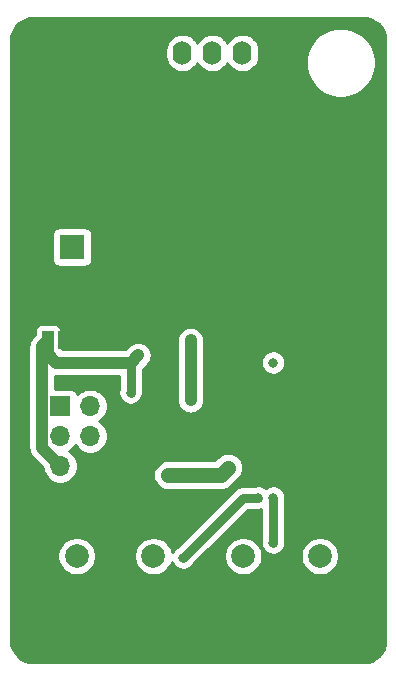
<source format=gbr>
%TF.GenerationSoftware,KiCad,Pcbnew,5.1.6-c6e7f7d~87~ubuntu19.10.1*%
%TF.CreationDate,2021-11-12T23:14:50-08:00*%
%TF.ProjectId,crobagotchi,63726f62-6167-46f7-9463-68692e6b6963,rev?*%
%TF.SameCoordinates,Original*%
%TF.FileFunction,Copper,L2,Bot*%
%TF.FilePolarity,Positive*%
%FSLAX46Y46*%
G04 Gerber Fmt 4.6, Leading zero omitted, Abs format (unit mm)*
G04 Created by KiCad (PCBNEW 5.1.6-c6e7f7d~87~ubuntu19.10.1) date 2021-11-12 23:14:50*
%MOMM*%
%LPD*%
G01*
G04 APERTURE LIST*
%TA.AperFunction,ComponentPad*%
%ADD10C,2.100000*%
%TD*%
%TA.AperFunction,ComponentPad*%
%ADD11R,2.100000X2.100000*%
%TD*%
%TA.AperFunction,ComponentPad*%
%ADD12O,1.600000X2.000000*%
%TD*%
%TA.AperFunction,ComponentPad*%
%ADD13C,2.000000*%
%TD*%
%TA.AperFunction,SMDPad,CuDef*%
%ADD14R,1.000000X1.500000*%
%TD*%
%TA.AperFunction,ComponentPad*%
%ADD15O,1.700000X1.700000*%
%TD*%
%TA.AperFunction,ComponentPad*%
%ADD16R,1.700000X1.700000*%
%TD*%
%TA.AperFunction,ViaPad*%
%ADD17C,0.800000*%
%TD*%
%TA.AperFunction,Conductor*%
%ADD18C,1.000000*%
%TD*%
%TA.AperFunction,Conductor*%
%ADD19C,0.750000*%
%TD*%
%TA.AperFunction,Conductor*%
%ADD20C,1.250000*%
%TD*%
%TA.AperFunction,Conductor*%
%ADD21C,0.254000*%
%TD*%
G04 APERTURE END LIST*
D10*
%TO.P,BT1,2*%
%TO.N,GND*%
X121092000Y-68326000D03*
D11*
%TO.P,BT1,1*%
%TO.N,VCC*%
X101092000Y-68326000D03*
%TD*%
D12*
%TO.P,Brd1,2*%
%TO.N,VCC*%
X110426000Y-51884000D03*
%TO.P,Brd1,1*%
%TO.N,GND*%
X107886000Y-51884000D03*
%TO.P,Brd1,3*%
%TO.N,disp_scl*%
X112966000Y-51884000D03*
%TO.P,Brd1,4*%
%TO.N,disp_sda*%
X115506000Y-51884000D03*
%TD*%
D13*
%TO.P,SW3,1*%
%TO.N,button_select*%
X122070000Y-94488000D03*
%TO.P,SW3,2*%
%TO.N,GND*%
X122070000Y-98988000D03*
%TO.P,SW3,1*%
%TO.N,button_select*%
X115570000Y-94488000D03*
%TO.P,SW3,2*%
%TO.N,GND*%
X115570000Y-98988000D03*
%TD*%
%TO.P,SW2,2*%
%TO.N,GND*%
X101473000Y-98988000D03*
%TO.P,SW2,1*%
%TO.N,button_option*%
X101473000Y-94488000D03*
%TO.P,SW2,2*%
%TO.N,GND*%
X107973000Y-98988000D03*
%TO.P,SW2,1*%
%TO.N,button_option*%
X107973000Y-94488000D03*
%TD*%
D14*
%TO.P,SW1,2*%
%TO.N,GND*%
X100360000Y-76200000D03*
%TO.P,SW1,1*%
%TO.N,rst*%
X99060000Y-76200000D03*
%TD*%
D15*
%TO.P,J1,6*%
%TO.N,GND*%
X102616000Y-86868000D03*
%TO.P,J1,5*%
%TO.N,rst*%
X100076000Y-86868000D03*
%TO.P,J1,4*%
%TO.N,mosi*%
X102616000Y-84328000D03*
%TO.P,J1,3*%
%TO.N,button_select*%
X100076000Y-84328000D03*
%TO.P,J1,2*%
%TO.N,VCC*%
X102616000Y-81788000D03*
D16*
%TO.P,J1,1*%
%TO.N,button_option*%
X100076000Y-81788000D03*
%TD*%
D17*
%TO.N,GND*%
X106045000Y-83820000D03*
X121883500Y-88863500D03*
%TO.N,rst*%
X118110000Y-78105000D03*
X106045000Y-80645000D03*
X106680000Y-77470000D03*
%TO.N,mosi*%
X109220000Y-87630000D03*
X114300000Y-86995000D03*
X114300000Y-86995000D03*
%TO.N,button_select*%
X118110000Y-89535000D03*
X118110000Y-93345000D03*
%TO.N,button_option*%
X116840000Y-89535000D03*
X110490000Y-94615000D03*
%TO.N,disp_scl*%
X111125000Y-76200000D03*
X111125000Y-81280000D03*
%TD*%
D18*
%TO.N,rst*%
X98525999Y-85317999D02*
X100076000Y-86868000D01*
X98525999Y-76734001D02*
X98525999Y-85317999D01*
X99060000Y-76200000D02*
X98525999Y-76734001D01*
X99060000Y-77410002D02*
X99754998Y-78105000D01*
X99060000Y-76200000D02*
X99060000Y-77410002D01*
D19*
X106045000Y-78105000D02*
X106045000Y-80645000D01*
D18*
X99754998Y-78105000D02*
X106045000Y-78105000D01*
X106045000Y-78105000D02*
X106680000Y-77470000D01*
D20*
%TO.N,mosi*%
X113665000Y-87630000D02*
X114300000Y-86995000D01*
X109220000Y-87630000D02*
X113665000Y-87630000D01*
D19*
%TO.N,button_select*%
X118110000Y-89535000D02*
X118110000Y-92710000D01*
X118110000Y-92710000D02*
X118110000Y-93345000D01*
%TO.N,button_option*%
X116840000Y-89535000D02*
X115570000Y-89535000D01*
X115570000Y-89535000D02*
X110490000Y-94615000D01*
D18*
%TO.N,disp_scl*%
X111125000Y-76200000D02*
X111125000Y-81280000D01*
%TD*%
D21*
%TO.N,GND*%
G36*
X126094545Y-48958909D02*
G01*
X126445208Y-49064780D01*
X126768625Y-49236744D01*
X127052484Y-49468254D01*
X127285965Y-49750486D01*
X127460183Y-50072695D01*
X127568502Y-50422614D01*
X127610001Y-50817452D01*
X127610000Y-101567721D01*
X127571091Y-101964545D01*
X127465220Y-102315206D01*
X127293257Y-102638623D01*
X127061748Y-102922482D01*
X126779514Y-103155965D01*
X126457304Y-103330184D01*
X126107385Y-103438502D01*
X125712557Y-103480000D01*
X97822279Y-103480000D01*
X97425455Y-103441091D01*
X97074794Y-103335220D01*
X96751377Y-103163257D01*
X96467518Y-102931748D01*
X96234035Y-102649514D01*
X96059816Y-102327304D01*
X95951498Y-101977385D01*
X95910000Y-101582557D01*
X95910000Y-94326967D01*
X99838000Y-94326967D01*
X99838000Y-94649033D01*
X99900832Y-94964912D01*
X100024082Y-95262463D01*
X100203013Y-95530252D01*
X100430748Y-95757987D01*
X100698537Y-95936918D01*
X100996088Y-96060168D01*
X101311967Y-96123000D01*
X101634033Y-96123000D01*
X101949912Y-96060168D01*
X102247463Y-95936918D01*
X102515252Y-95757987D01*
X102742987Y-95530252D01*
X102921918Y-95262463D01*
X103045168Y-94964912D01*
X103108000Y-94649033D01*
X103108000Y-94326967D01*
X106338000Y-94326967D01*
X106338000Y-94649033D01*
X106400832Y-94964912D01*
X106524082Y-95262463D01*
X106703013Y-95530252D01*
X106930748Y-95757987D01*
X107198537Y-95936918D01*
X107496088Y-96060168D01*
X107811967Y-96123000D01*
X108134033Y-96123000D01*
X108449912Y-96060168D01*
X108747463Y-95936918D01*
X109015252Y-95757987D01*
X109242987Y-95530252D01*
X109421918Y-95262463D01*
X109529915Y-95001736D01*
X109572795Y-95105256D01*
X109686063Y-95274774D01*
X109830226Y-95418937D01*
X109999744Y-95532205D01*
X110188102Y-95610226D01*
X110388061Y-95650000D01*
X110591939Y-95650000D01*
X110791898Y-95610226D01*
X110980256Y-95532205D01*
X111149774Y-95418937D01*
X111293937Y-95274774D01*
X111365132Y-95168223D01*
X112206388Y-94326967D01*
X113935000Y-94326967D01*
X113935000Y-94649033D01*
X113997832Y-94964912D01*
X114121082Y-95262463D01*
X114300013Y-95530252D01*
X114527748Y-95757987D01*
X114795537Y-95936918D01*
X115093088Y-96060168D01*
X115408967Y-96123000D01*
X115731033Y-96123000D01*
X116046912Y-96060168D01*
X116344463Y-95936918D01*
X116612252Y-95757987D01*
X116839987Y-95530252D01*
X117018918Y-95262463D01*
X117142168Y-94964912D01*
X117205000Y-94649033D01*
X117205000Y-94326967D01*
X117142168Y-94011088D01*
X117018918Y-93713537D01*
X116839987Y-93445748D01*
X116612252Y-93218013D01*
X116344463Y-93039082D01*
X116046912Y-92915832D01*
X115731033Y-92853000D01*
X115408967Y-92853000D01*
X115093088Y-92915832D01*
X114795537Y-93039082D01*
X114527748Y-93218013D01*
X114300013Y-93445748D01*
X114121082Y-93713537D01*
X113997832Y-94011088D01*
X113935000Y-94326967D01*
X112206388Y-94326967D01*
X115988356Y-90545000D01*
X116612377Y-90545000D01*
X116738061Y-90570000D01*
X116941939Y-90570000D01*
X117100000Y-90538560D01*
X117100001Y-92660383D01*
X117100000Y-92660393D01*
X117100000Y-93117377D01*
X117075000Y-93243061D01*
X117075000Y-93446939D01*
X117114774Y-93646898D01*
X117192795Y-93835256D01*
X117306063Y-94004774D01*
X117450226Y-94148937D01*
X117619744Y-94262205D01*
X117808102Y-94340226D01*
X118008061Y-94380000D01*
X118211939Y-94380000D01*
X118411898Y-94340226D01*
X118443907Y-94326967D01*
X120435000Y-94326967D01*
X120435000Y-94649033D01*
X120497832Y-94964912D01*
X120621082Y-95262463D01*
X120800013Y-95530252D01*
X121027748Y-95757987D01*
X121295537Y-95936918D01*
X121593088Y-96060168D01*
X121908967Y-96123000D01*
X122231033Y-96123000D01*
X122546912Y-96060168D01*
X122844463Y-95936918D01*
X123112252Y-95757987D01*
X123339987Y-95530252D01*
X123518918Y-95262463D01*
X123642168Y-94964912D01*
X123705000Y-94649033D01*
X123705000Y-94326967D01*
X123642168Y-94011088D01*
X123518918Y-93713537D01*
X123339987Y-93445748D01*
X123112252Y-93218013D01*
X122844463Y-93039082D01*
X122546912Y-92915832D01*
X122231033Y-92853000D01*
X121908967Y-92853000D01*
X121593088Y-92915832D01*
X121295537Y-93039082D01*
X121027748Y-93218013D01*
X120800013Y-93445748D01*
X120621082Y-93713537D01*
X120497832Y-94011088D01*
X120435000Y-94326967D01*
X118443907Y-94326967D01*
X118600256Y-94262205D01*
X118769774Y-94148937D01*
X118913937Y-94004774D01*
X119027205Y-93835256D01*
X119105226Y-93646898D01*
X119145000Y-93446939D01*
X119145000Y-93243061D01*
X119120000Y-93117377D01*
X119120000Y-89762623D01*
X119145000Y-89636939D01*
X119145000Y-89433061D01*
X119105226Y-89233102D01*
X119027205Y-89044744D01*
X118913937Y-88875226D01*
X118769774Y-88731063D01*
X118600256Y-88617795D01*
X118411898Y-88539774D01*
X118211939Y-88500000D01*
X118008061Y-88500000D01*
X117808102Y-88539774D01*
X117619744Y-88617795D01*
X117475000Y-88714510D01*
X117330256Y-88617795D01*
X117141898Y-88539774D01*
X116941939Y-88500000D01*
X116738061Y-88500000D01*
X116612377Y-88525000D01*
X115619608Y-88525000D01*
X115570000Y-88520114D01*
X115520392Y-88525000D01*
X115506352Y-88526383D01*
X115372005Y-88539615D01*
X115289249Y-88564719D01*
X115181620Y-88597368D01*
X115006160Y-88691153D01*
X114852367Y-88817367D01*
X114820744Y-88855900D01*
X109936777Y-93739868D01*
X109830226Y-93811063D01*
X109686063Y-93955226D01*
X109572795Y-94124744D01*
X109569404Y-94132931D01*
X109545168Y-94011088D01*
X109421918Y-93713537D01*
X109242987Y-93445748D01*
X109015252Y-93218013D01*
X108747463Y-93039082D01*
X108449912Y-92915832D01*
X108134033Y-92853000D01*
X107811967Y-92853000D01*
X107496088Y-92915832D01*
X107198537Y-93039082D01*
X106930748Y-93218013D01*
X106703013Y-93445748D01*
X106524082Y-93713537D01*
X106400832Y-94011088D01*
X106338000Y-94326967D01*
X103108000Y-94326967D01*
X103045168Y-94011088D01*
X102921918Y-93713537D01*
X102742987Y-93445748D01*
X102515252Y-93218013D01*
X102247463Y-93039082D01*
X101949912Y-92915832D01*
X101634033Y-92853000D01*
X101311967Y-92853000D01*
X100996088Y-92915832D01*
X100698537Y-93039082D01*
X100430748Y-93218013D01*
X100203013Y-93445748D01*
X100024082Y-93713537D01*
X99900832Y-94011088D01*
X99838000Y-94326967D01*
X95910000Y-94326967D01*
X95910000Y-76734001D01*
X97385508Y-76734001D01*
X97390999Y-76789753D01*
X97391000Y-85262238D01*
X97385508Y-85317999D01*
X97407422Y-85540497D01*
X97472323Y-85754445D01*
X97510185Y-85825280D01*
X97577716Y-85951622D01*
X97719551Y-86124448D01*
X97762859Y-86159990D01*
X98591000Y-86988132D01*
X98591000Y-87014260D01*
X98648068Y-87301158D01*
X98760010Y-87571411D01*
X98922525Y-87814632D01*
X99129368Y-88021475D01*
X99372589Y-88183990D01*
X99642842Y-88295932D01*
X99929740Y-88353000D01*
X100222260Y-88353000D01*
X100509158Y-88295932D01*
X100779411Y-88183990D01*
X101022632Y-88021475D01*
X101229475Y-87814632D01*
X101352842Y-87630000D01*
X107953904Y-87630000D01*
X107978232Y-87877003D01*
X108050280Y-88114514D01*
X108167280Y-88333405D01*
X108324735Y-88525265D01*
X108516595Y-88682720D01*
X108735486Y-88799720D01*
X108972997Y-88871768D01*
X109158107Y-88890000D01*
X113603117Y-88890000D01*
X113665000Y-88896095D01*
X113726883Y-88890000D01*
X113726893Y-88890000D01*
X113912003Y-88871768D01*
X114149514Y-88799720D01*
X114368405Y-88682720D01*
X114560265Y-88525265D01*
X114599724Y-88477184D01*
X115234719Y-87842189D01*
X115352720Y-87698404D01*
X115469720Y-87479514D01*
X115541768Y-87242003D01*
X115566096Y-86995000D01*
X115541768Y-86747997D01*
X115469720Y-86510486D01*
X115352720Y-86291595D01*
X115195265Y-86099735D01*
X115003405Y-85942280D01*
X114784514Y-85825280D01*
X114547003Y-85753232D01*
X114300000Y-85728904D01*
X114052997Y-85753232D01*
X113815486Y-85825280D01*
X113596596Y-85942280D01*
X113452811Y-86060281D01*
X113143092Y-86370000D01*
X109158107Y-86370000D01*
X108972997Y-86388232D01*
X108735486Y-86460280D01*
X108516595Y-86577280D01*
X108324735Y-86734735D01*
X108167280Y-86926595D01*
X108050280Y-87145486D01*
X107978232Y-87382997D01*
X107953904Y-87630000D01*
X101352842Y-87630000D01*
X101391990Y-87571411D01*
X101503932Y-87301158D01*
X101561000Y-87014260D01*
X101561000Y-86721740D01*
X101503932Y-86434842D01*
X101391990Y-86164589D01*
X101229475Y-85921368D01*
X101022632Y-85714525D01*
X100848240Y-85598000D01*
X101022632Y-85481475D01*
X101229475Y-85274632D01*
X101346000Y-85100240D01*
X101462525Y-85274632D01*
X101669368Y-85481475D01*
X101912589Y-85643990D01*
X102182842Y-85755932D01*
X102469740Y-85813000D01*
X102762260Y-85813000D01*
X103049158Y-85755932D01*
X103319411Y-85643990D01*
X103562632Y-85481475D01*
X103769475Y-85274632D01*
X103931990Y-85031411D01*
X104043932Y-84761158D01*
X104101000Y-84474260D01*
X104101000Y-84181740D01*
X104043932Y-83894842D01*
X103931990Y-83624589D01*
X103769475Y-83381368D01*
X103562632Y-83174525D01*
X103388240Y-83058000D01*
X103562632Y-82941475D01*
X103769475Y-82734632D01*
X103931990Y-82491411D01*
X104043932Y-82221158D01*
X104101000Y-81934260D01*
X104101000Y-81641740D01*
X104043932Y-81354842D01*
X103931990Y-81084589D01*
X103769475Y-80841368D01*
X103562632Y-80634525D01*
X103319411Y-80472010D01*
X103049158Y-80360068D01*
X102762260Y-80303000D01*
X102469740Y-80303000D01*
X102182842Y-80360068D01*
X101912589Y-80472010D01*
X101669368Y-80634525D01*
X101537513Y-80766380D01*
X101515502Y-80693820D01*
X101456537Y-80583506D01*
X101377185Y-80486815D01*
X101280494Y-80407463D01*
X101170180Y-80348498D01*
X101050482Y-80312188D01*
X100926000Y-80299928D01*
X99660999Y-80299928D01*
X99660999Y-79236233D01*
X99754998Y-79245491D01*
X99810750Y-79240000D01*
X105035000Y-79240000D01*
X105035001Y-80417372D01*
X105010000Y-80543061D01*
X105010000Y-80746939D01*
X105049774Y-80946898D01*
X105127795Y-81135256D01*
X105241063Y-81304774D01*
X105385226Y-81448937D01*
X105554744Y-81562205D01*
X105743102Y-81640226D01*
X105943061Y-81680000D01*
X106146939Y-81680000D01*
X106346898Y-81640226D01*
X106535256Y-81562205D01*
X106704774Y-81448937D01*
X106848937Y-81304774D01*
X106962205Y-81135256D01*
X107040226Y-80946898D01*
X107080000Y-80746939D01*
X107080000Y-80543061D01*
X107055000Y-80417377D01*
X107055000Y-78700131D01*
X107521989Y-78233143D01*
X107628284Y-78103623D01*
X107733676Y-77906447D01*
X107798577Y-77692499D01*
X107820491Y-77470000D01*
X107798577Y-77247501D01*
X107733676Y-77033553D01*
X107628284Y-76836377D01*
X107486449Y-76663551D01*
X107313623Y-76521716D01*
X107116447Y-76416324D01*
X106902499Y-76351423D01*
X106680000Y-76329509D01*
X106457501Y-76351423D01*
X106243553Y-76416324D01*
X106046377Y-76521716D01*
X105916857Y-76628011D01*
X105574868Y-76970000D01*
X100225130Y-76970000D01*
X100198072Y-76942943D01*
X100198072Y-76224552D01*
X100200490Y-76200001D01*
X100198072Y-76175450D01*
X100198072Y-76144249D01*
X109990000Y-76144249D01*
X109990001Y-81335752D01*
X110006424Y-81502499D01*
X110071325Y-81716447D01*
X110176717Y-81913623D01*
X110318552Y-82086449D01*
X110491378Y-82228284D01*
X110688554Y-82333676D01*
X110902502Y-82398577D01*
X111125000Y-82420491D01*
X111347499Y-82398577D01*
X111561447Y-82333676D01*
X111758623Y-82228284D01*
X111931449Y-82086449D01*
X112073284Y-81913623D01*
X112178676Y-81716447D01*
X112243577Y-81502499D01*
X112260000Y-81335752D01*
X112260000Y-78003061D01*
X117075000Y-78003061D01*
X117075000Y-78206939D01*
X117114774Y-78406898D01*
X117192795Y-78595256D01*
X117306063Y-78764774D01*
X117450226Y-78908937D01*
X117619744Y-79022205D01*
X117808102Y-79100226D01*
X118008061Y-79140000D01*
X118211939Y-79140000D01*
X118411898Y-79100226D01*
X118600256Y-79022205D01*
X118769774Y-78908937D01*
X118913937Y-78764774D01*
X119027205Y-78595256D01*
X119105226Y-78406898D01*
X119145000Y-78206939D01*
X119145000Y-78003061D01*
X119105226Y-77803102D01*
X119027205Y-77614744D01*
X118913937Y-77445226D01*
X118769774Y-77301063D01*
X118600256Y-77187795D01*
X118411898Y-77109774D01*
X118211939Y-77070000D01*
X118008061Y-77070000D01*
X117808102Y-77109774D01*
X117619744Y-77187795D01*
X117450226Y-77301063D01*
X117306063Y-77445226D01*
X117192795Y-77614744D01*
X117114774Y-77803102D01*
X117075000Y-78003061D01*
X112260000Y-78003061D01*
X112260000Y-76144248D01*
X112243577Y-75977501D01*
X112178676Y-75763553D01*
X112073284Y-75566377D01*
X111931449Y-75393551D01*
X111758623Y-75251716D01*
X111561446Y-75146324D01*
X111347498Y-75081423D01*
X111125000Y-75059509D01*
X110902501Y-75081423D01*
X110688553Y-75146324D01*
X110491377Y-75251716D01*
X110318551Y-75393551D01*
X110176716Y-75566377D01*
X110071324Y-75763554D01*
X110006423Y-75977502D01*
X109990000Y-76144249D01*
X100198072Y-76144249D01*
X100198072Y-75450000D01*
X100185812Y-75325518D01*
X100149502Y-75205820D01*
X100090537Y-75095506D01*
X100011185Y-74998815D01*
X99914494Y-74919463D01*
X99804180Y-74860498D01*
X99684482Y-74824188D01*
X99560000Y-74811928D01*
X98560000Y-74811928D01*
X98435518Y-74824188D01*
X98315820Y-74860498D01*
X98205506Y-74919463D01*
X98108815Y-74998815D01*
X98029463Y-75095506D01*
X97970498Y-75205820D01*
X97934188Y-75325518D01*
X97921928Y-75450000D01*
X97921928Y-75732941D01*
X97762864Y-75892005D01*
X97719550Y-75927552D01*
X97577715Y-76100378D01*
X97487313Y-76269511D01*
X97472323Y-76297555D01*
X97407422Y-76511503D01*
X97385508Y-76734001D01*
X95910000Y-76734001D01*
X95910000Y-67276000D01*
X99403928Y-67276000D01*
X99403928Y-69376000D01*
X99416188Y-69500482D01*
X99452498Y-69620180D01*
X99511463Y-69730494D01*
X99590815Y-69827185D01*
X99687506Y-69906537D01*
X99797820Y-69965502D01*
X99917518Y-70001812D01*
X100042000Y-70014072D01*
X102142000Y-70014072D01*
X102266482Y-70001812D01*
X102386180Y-69965502D01*
X102496494Y-69906537D01*
X102593185Y-69827185D01*
X102672537Y-69730494D01*
X102731502Y-69620180D01*
X102767812Y-69500482D01*
X102780072Y-69376000D01*
X102780072Y-67276000D01*
X102767812Y-67151518D01*
X102731502Y-67031820D01*
X102672537Y-66921506D01*
X102593185Y-66824815D01*
X102496494Y-66745463D01*
X102386180Y-66686498D01*
X102266482Y-66650188D01*
X102142000Y-66637928D01*
X100042000Y-66637928D01*
X99917518Y-66650188D01*
X99797820Y-66686498D01*
X99687506Y-66745463D01*
X99590815Y-66824815D01*
X99511463Y-66921506D01*
X99452498Y-67031820D01*
X99416188Y-67151518D01*
X99403928Y-67276000D01*
X95910000Y-67276000D01*
X95910000Y-51613509D01*
X108991000Y-51613509D01*
X108991000Y-52154492D01*
X109011764Y-52365309D01*
X109093818Y-52635808D01*
X109227068Y-52885101D01*
X109406393Y-53103608D01*
X109624900Y-53282932D01*
X109874193Y-53416182D01*
X110144692Y-53498236D01*
X110426000Y-53525943D01*
X110707309Y-53498236D01*
X110977808Y-53416182D01*
X111227101Y-53282932D01*
X111445608Y-53103608D01*
X111624932Y-52885101D01*
X111696000Y-52752142D01*
X111767068Y-52885101D01*
X111946393Y-53103608D01*
X112164900Y-53282932D01*
X112414193Y-53416182D01*
X112684692Y-53498236D01*
X112966000Y-53525943D01*
X113247309Y-53498236D01*
X113517808Y-53416182D01*
X113767101Y-53282932D01*
X113985608Y-53103608D01*
X114164932Y-52885101D01*
X114236000Y-52752142D01*
X114307068Y-52885101D01*
X114486393Y-53103608D01*
X114704900Y-53282932D01*
X114954193Y-53416182D01*
X115224692Y-53498236D01*
X115506000Y-53525943D01*
X115787309Y-53498236D01*
X116057808Y-53416182D01*
X116307101Y-53282932D01*
X116525608Y-53103608D01*
X116704932Y-52885101D01*
X116838182Y-52635807D01*
X116905485Y-52413936D01*
X120869774Y-52413936D01*
X120869774Y-52996064D01*
X120983342Y-53567008D01*
X121206113Y-54104824D01*
X121529526Y-54588847D01*
X121941153Y-55000474D01*
X122425176Y-55323887D01*
X122962992Y-55546658D01*
X123533936Y-55660226D01*
X124116064Y-55660226D01*
X124687008Y-55546658D01*
X125224824Y-55323887D01*
X125708847Y-55000474D01*
X126120474Y-54588847D01*
X126443887Y-54104824D01*
X126666658Y-53567008D01*
X126780226Y-52996064D01*
X126780226Y-52413936D01*
X126666658Y-51842992D01*
X126443887Y-51305176D01*
X126120474Y-50821153D01*
X125708847Y-50409526D01*
X125224824Y-50086113D01*
X124687008Y-49863342D01*
X124116064Y-49749774D01*
X123533936Y-49749774D01*
X122962992Y-49863342D01*
X122425176Y-50086113D01*
X121941153Y-50409526D01*
X121529526Y-50821153D01*
X121206113Y-51305176D01*
X120983342Y-51842992D01*
X120869774Y-52413936D01*
X116905485Y-52413936D01*
X116920236Y-52365308D01*
X116941000Y-52154491D01*
X116941000Y-51613508D01*
X116920236Y-51402691D01*
X116838182Y-51132192D01*
X116704932Y-50882899D01*
X116525607Y-50664392D01*
X116307100Y-50485068D01*
X116057807Y-50351818D01*
X115787308Y-50269764D01*
X115506000Y-50242057D01*
X115224691Y-50269764D01*
X114954192Y-50351818D01*
X114704899Y-50485068D01*
X114486392Y-50664393D01*
X114307068Y-50882900D01*
X114236000Y-51015858D01*
X114164932Y-50882899D01*
X113985607Y-50664392D01*
X113767100Y-50485068D01*
X113517807Y-50351818D01*
X113247308Y-50269764D01*
X112966000Y-50242057D01*
X112684691Y-50269764D01*
X112414192Y-50351818D01*
X112164899Y-50485068D01*
X111946392Y-50664393D01*
X111767068Y-50882900D01*
X111696000Y-51015858D01*
X111624932Y-50882899D01*
X111445607Y-50664392D01*
X111227100Y-50485068D01*
X110977807Y-50351818D01*
X110707308Y-50269764D01*
X110426000Y-50242057D01*
X110144691Y-50269764D01*
X109874192Y-50351818D01*
X109624899Y-50485068D01*
X109406392Y-50664393D01*
X109227068Y-50882900D01*
X109093818Y-51132193D01*
X109011764Y-51402692D01*
X108991000Y-51613509D01*
X95910000Y-51613509D01*
X95910000Y-50832279D01*
X95948909Y-50435455D01*
X96054780Y-50084792D01*
X96226744Y-49761375D01*
X96458254Y-49477516D01*
X96740486Y-49244035D01*
X97062695Y-49069817D01*
X97412614Y-48961498D01*
X97807443Y-48920000D01*
X125697721Y-48920000D01*
X126094545Y-48958909D01*
G37*
X126094545Y-48958909D02*
X126445208Y-49064780D01*
X126768625Y-49236744D01*
X127052484Y-49468254D01*
X127285965Y-49750486D01*
X127460183Y-50072695D01*
X127568502Y-50422614D01*
X127610001Y-50817452D01*
X127610000Y-101567721D01*
X127571091Y-101964545D01*
X127465220Y-102315206D01*
X127293257Y-102638623D01*
X127061748Y-102922482D01*
X126779514Y-103155965D01*
X126457304Y-103330184D01*
X126107385Y-103438502D01*
X125712557Y-103480000D01*
X97822279Y-103480000D01*
X97425455Y-103441091D01*
X97074794Y-103335220D01*
X96751377Y-103163257D01*
X96467518Y-102931748D01*
X96234035Y-102649514D01*
X96059816Y-102327304D01*
X95951498Y-101977385D01*
X95910000Y-101582557D01*
X95910000Y-94326967D01*
X99838000Y-94326967D01*
X99838000Y-94649033D01*
X99900832Y-94964912D01*
X100024082Y-95262463D01*
X100203013Y-95530252D01*
X100430748Y-95757987D01*
X100698537Y-95936918D01*
X100996088Y-96060168D01*
X101311967Y-96123000D01*
X101634033Y-96123000D01*
X101949912Y-96060168D01*
X102247463Y-95936918D01*
X102515252Y-95757987D01*
X102742987Y-95530252D01*
X102921918Y-95262463D01*
X103045168Y-94964912D01*
X103108000Y-94649033D01*
X103108000Y-94326967D01*
X106338000Y-94326967D01*
X106338000Y-94649033D01*
X106400832Y-94964912D01*
X106524082Y-95262463D01*
X106703013Y-95530252D01*
X106930748Y-95757987D01*
X107198537Y-95936918D01*
X107496088Y-96060168D01*
X107811967Y-96123000D01*
X108134033Y-96123000D01*
X108449912Y-96060168D01*
X108747463Y-95936918D01*
X109015252Y-95757987D01*
X109242987Y-95530252D01*
X109421918Y-95262463D01*
X109529915Y-95001736D01*
X109572795Y-95105256D01*
X109686063Y-95274774D01*
X109830226Y-95418937D01*
X109999744Y-95532205D01*
X110188102Y-95610226D01*
X110388061Y-95650000D01*
X110591939Y-95650000D01*
X110791898Y-95610226D01*
X110980256Y-95532205D01*
X111149774Y-95418937D01*
X111293937Y-95274774D01*
X111365132Y-95168223D01*
X112206388Y-94326967D01*
X113935000Y-94326967D01*
X113935000Y-94649033D01*
X113997832Y-94964912D01*
X114121082Y-95262463D01*
X114300013Y-95530252D01*
X114527748Y-95757987D01*
X114795537Y-95936918D01*
X115093088Y-96060168D01*
X115408967Y-96123000D01*
X115731033Y-96123000D01*
X116046912Y-96060168D01*
X116344463Y-95936918D01*
X116612252Y-95757987D01*
X116839987Y-95530252D01*
X117018918Y-95262463D01*
X117142168Y-94964912D01*
X117205000Y-94649033D01*
X117205000Y-94326967D01*
X117142168Y-94011088D01*
X117018918Y-93713537D01*
X116839987Y-93445748D01*
X116612252Y-93218013D01*
X116344463Y-93039082D01*
X116046912Y-92915832D01*
X115731033Y-92853000D01*
X115408967Y-92853000D01*
X115093088Y-92915832D01*
X114795537Y-93039082D01*
X114527748Y-93218013D01*
X114300013Y-93445748D01*
X114121082Y-93713537D01*
X113997832Y-94011088D01*
X113935000Y-94326967D01*
X112206388Y-94326967D01*
X115988356Y-90545000D01*
X116612377Y-90545000D01*
X116738061Y-90570000D01*
X116941939Y-90570000D01*
X117100000Y-90538560D01*
X117100001Y-92660383D01*
X117100000Y-92660393D01*
X117100000Y-93117377D01*
X117075000Y-93243061D01*
X117075000Y-93446939D01*
X117114774Y-93646898D01*
X117192795Y-93835256D01*
X117306063Y-94004774D01*
X117450226Y-94148937D01*
X117619744Y-94262205D01*
X117808102Y-94340226D01*
X118008061Y-94380000D01*
X118211939Y-94380000D01*
X118411898Y-94340226D01*
X118443907Y-94326967D01*
X120435000Y-94326967D01*
X120435000Y-94649033D01*
X120497832Y-94964912D01*
X120621082Y-95262463D01*
X120800013Y-95530252D01*
X121027748Y-95757987D01*
X121295537Y-95936918D01*
X121593088Y-96060168D01*
X121908967Y-96123000D01*
X122231033Y-96123000D01*
X122546912Y-96060168D01*
X122844463Y-95936918D01*
X123112252Y-95757987D01*
X123339987Y-95530252D01*
X123518918Y-95262463D01*
X123642168Y-94964912D01*
X123705000Y-94649033D01*
X123705000Y-94326967D01*
X123642168Y-94011088D01*
X123518918Y-93713537D01*
X123339987Y-93445748D01*
X123112252Y-93218013D01*
X122844463Y-93039082D01*
X122546912Y-92915832D01*
X122231033Y-92853000D01*
X121908967Y-92853000D01*
X121593088Y-92915832D01*
X121295537Y-93039082D01*
X121027748Y-93218013D01*
X120800013Y-93445748D01*
X120621082Y-93713537D01*
X120497832Y-94011088D01*
X120435000Y-94326967D01*
X118443907Y-94326967D01*
X118600256Y-94262205D01*
X118769774Y-94148937D01*
X118913937Y-94004774D01*
X119027205Y-93835256D01*
X119105226Y-93646898D01*
X119145000Y-93446939D01*
X119145000Y-93243061D01*
X119120000Y-93117377D01*
X119120000Y-89762623D01*
X119145000Y-89636939D01*
X119145000Y-89433061D01*
X119105226Y-89233102D01*
X119027205Y-89044744D01*
X118913937Y-88875226D01*
X118769774Y-88731063D01*
X118600256Y-88617795D01*
X118411898Y-88539774D01*
X118211939Y-88500000D01*
X118008061Y-88500000D01*
X117808102Y-88539774D01*
X117619744Y-88617795D01*
X117475000Y-88714510D01*
X117330256Y-88617795D01*
X117141898Y-88539774D01*
X116941939Y-88500000D01*
X116738061Y-88500000D01*
X116612377Y-88525000D01*
X115619608Y-88525000D01*
X115570000Y-88520114D01*
X115520392Y-88525000D01*
X115506352Y-88526383D01*
X115372005Y-88539615D01*
X115289249Y-88564719D01*
X115181620Y-88597368D01*
X115006160Y-88691153D01*
X114852367Y-88817367D01*
X114820744Y-88855900D01*
X109936777Y-93739868D01*
X109830226Y-93811063D01*
X109686063Y-93955226D01*
X109572795Y-94124744D01*
X109569404Y-94132931D01*
X109545168Y-94011088D01*
X109421918Y-93713537D01*
X109242987Y-93445748D01*
X109015252Y-93218013D01*
X108747463Y-93039082D01*
X108449912Y-92915832D01*
X108134033Y-92853000D01*
X107811967Y-92853000D01*
X107496088Y-92915832D01*
X107198537Y-93039082D01*
X106930748Y-93218013D01*
X106703013Y-93445748D01*
X106524082Y-93713537D01*
X106400832Y-94011088D01*
X106338000Y-94326967D01*
X103108000Y-94326967D01*
X103045168Y-94011088D01*
X102921918Y-93713537D01*
X102742987Y-93445748D01*
X102515252Y-93218013D01*
X102247463Y-93039082D01*
X101949912Y-92915832D01*
X101634033Y-92853000D01*
X101311967Y-92853000D01*
X100996088Y-92915832D01*
X100698537Y-93039082D01*
X100430748Y-93218013D01*
X100203013Y-93445748D01*
X100024082Y-93713537D01*
X99900832Y-94011088D01*
X99838000Y-94326967D01*
X95910000Y-94326967D01*
X95910000Y-76734001D01*
X97385508Y-76734001D01*
X97390999Y-76789753D01*
X97391000Y-85262238D01*
X97385508Y-85317999D01*
X97407422Y-85540497D01*
X97472323Y-85754445D01*
X97510185Y-85825280D01*
X97577716Y-85951622D01*
X97719551Y-86124448D01*
X97762859Y-86159990D01*
X98591000Y-86988132D01*
X98591000Y-87014260D01*
X98648068Y-87301158D01*
X98760010Y-87571411D01*
X98922525Y-87814632D01*
X99129368Y-88021475D01*
X99372589Y-88183990D01*
X99642842Y-88295932D01*
X99929740Y-88353000D01*
X100222260Y-88353000D01*
X100509158Y-88295932D01*
X100779411Y-88183990D01*
X101022632Y-88021475D01*
X101229475Y-87814632D01*
X101352842Y-87630000D01*
X107953904Y-87630000D01*
X107978232Y-87877003D01*
X108050280Y-88114514D01*
X108167280Y-88333405D01*
X108324735Y-88525265D01*
X108516595Y-88682720D01*
X108735486Y-88799720D01*
X108972997Y-88871768D01*
X109158107Y-88890000D01*
X113603117Y-88890000D01*
X113665000Y-88896095D01*
X113726883Y-88890000D01*
X113726893Y-88890000D01*
X113912003Y-88871768D01*
X114149514Y-88799720D01*
X114368405Y-88682720D01*
X114560265Y-88525265D01*
X114599724Y-88477184D01*
X115234719Y-87842189D01*
X115352720Y-87698404D01*
X115469720Y-87479514D01*
X115541768Y-87242003D01*
X115566096Y-86995000D01*
X115541768Y-86747997D01*
X115469720Y-86510486D01*
X115352720Y-86291595D01*
X115195265Y-86099735D01*
X115003405Y-85942280D01*
X114784514Y-85825280D01*
X114547003Y-85753232D01*
X114300000Y-85728904D01*
X114052997Y-85753232D01*
X113815486Y-85825280D01*
X113596596Y-85942280D01*
X113452811Y-86060281D01*
X113143092Y-86370000D01*
X109158107Y-86370000D01*
X108972997Y-86388232D01*
X108735486Y-86460280D01*
X108516595Y-86577280D01*
X108324735Y-86734735D01*
X108167280Y-86926595D01*
X108050280Y-87145486D01*
X107978232Y-87382997D01*
X107953904Y-87630000D01*
X101352842Y-87630000D01*
X101391990Y-87571411D01*
X101503932Y-87301158D01*
X101561000Y-87014260D01*
X101561000Y-86721740D01*
X101503932Y-86434842D01*
X101391990Y-86164589D01*
X101229475Y-85921368D01*
X101022632Y-85714525D01*
X100848240Y-85598000D01*
X101022632Y-85481475D01*
X101229475Y-85274632D01*
X101346000Y-85100240D01*
X101462525Y-85274632D01*
X101669368Y-85481475D01*
X101912589Y-85643990D01*
X102182842Y-85755932D01*
X102469740Y-85813000D01*
X102762260Y-85813000D01*
X103049158Y-85755932D01*
X103319411Y-85643990D01*
X103562632Y-85481475D01*
X103769475Y-85274632D01*
X103931990Y-85031411D01*
X104043932Y-84761158D01*
X104101000Y-84474260D01*
X104101000Y-84181740D01*
X104043932Y-83894842D01*
X103931990Y-83624589D01*
X103769475Y-83381368D01*
X103562632Y-83174525D01*
X103388240Y-83058000D01*
X103562632Y-82941475D01*
X103769475Y-82734632D01*
X103931990Y-82491411D01*
X104043932Y-82221158D01*
X104101000Y-81934260D01*
X104101000Y-81641740D01*
X104043932Y-81354842D01*
X103931990Y-81084589D01*
X103769475Y-80841368D01*
X103562632Y-80634525D01*
X103319411Y-80472010D01*
X103049158Y-80360068D01*
X102762260Y-80303000D01*
X102469740Y-80303000D01*
X102182842Y-80360068D01*
X101912589Y-80472010D01*
X101669368Y-80634525D01*
X101537513Y-80766380D01*
X101515502Y-80693820D01*
X101456537Y-80583506D01*
X101377185Y-80486815D01*
X101280494Y-80407463D01*
X101170180Y-80348498D01*
X101050482Y-80312188D01*
X100926000Y-80299928D01*
X99660999Y-80299928D01*
X99660999Y-79236233D01*
X99754998Y-79245491D01*
X99810750Y-79240000D01*
X105035000Y-79240000D01*
X105035001Y-80417372D01*
X105010000Y-80543061D01*
X105010000Y-80746939D01*
X105049774Y-80946898D01*
X105127795Y-81135256D01*
X105241063Y-81304774D01*
X105385226Y-81448937D01*
X105554744Y-81562205D01*
X105743102Y-81640226D01*
X105943061Y-81680000D01*
X106146939Y-81680000D01*
X106346898Y-81640226D01*
X106535256Y-81562205D01*
X106704774Y-81448937D01*
X106848937Y-81304774D01*
X106962205Y-81135256D01*
X107040226Y-80946898D01*
X107080000Y-80746939D01*
X107080000Y-80543061D01*
X107055000Y-80417377D01*
X107055000Y-78700131D01*
X107521989Y-78233143D01*
X107628284Y-78103623D01*
X107733676Y-77906447D01*
X107798577Y-77692499D01*
X107820491Y-77470000D01*
X107798577Y-77247501D01*
X107733676Y-77033553D01*
X107628284Y-76836377D01*
X107486449Y-76663551D01*
X107313623Y-76521716D01*
X107116447Y-76416324D01*
X106902499Y-76351423D01*
X106680000Y-76329509D01*
X106457501Y-76351423D01*
X106243553Y-76416324D01*
X106046377Y-76521716D01*
X105916857Y-76628011D01*
X105574868Y-76970000D01*
X100225130Y-76970000D01*
X100198072Y-76942943D01*
X100198072Y-76224552D01*
X100200490Y-76200001D01*
X100198072Y-76175450D01*
X100198072Y-76144249D01*
X109990000Y-76144249D01*
X109990001Y-81335752D01*
X110006424Y-81502499D01*
X110071325Y-81716447D01*
X110176717Y-81913623D01*
X110318552Y-82086449D01*
X110491378Y-82228284D01*
X110688554Y-82333676D01*
X110902502Y-82398577D01*
X111125000Y-82420491D01*
X111347499Y-82398577D01*
X111561447Y-82333676D01*
X111758623Y-82228284D01*
X111931449Y-82086449D01*
X112073284Y-81913623D01*
X112178676Y-81716447D01*
X112243577Y-81502499D01*
X112260000Y-81335752D01*
X112260000Y-78003061D01*
X117075000Y-78003061D01*
X117075000Y-78206939D01*
X117114774Y-78406898D01*
X117192795Y-78595256D01*
X117306063Y-78764774D01*
X117450226Y-78908937D01*
X117619744Y-79022205D01*
X117808102Y-79100226D01*
X118008061Y-79140000D01*
X118211939Y-79140000D01*
X118411898Y-79100226D01*
X118600256Y-79022205D01*
X118769774Y-78908937D01*
X118913937Y-78764774D01*
X119027205Y-78595256D01*
X119105226Y-78406898D01*
X119145000Y-78206939D01*
X119145000Y-78003061D01*
X119105226Y-77803102D01*
X119027205Y-77614744D01*
X118913937Y-77445226D01*
X118769774Y-77301063D01*
X118600256Y-77187795D01*
X118411898Y-77109774D01*
X118211939Y-77070000D01*
X118008061Y-77070000D01*
X117808102Y-77109774D01*
X117619744Y-77187795D01*
X117450226Y-77301063D01*
X117306063Y-77445226D01*
X117192795Y-77614744D01*
X117114774Y-77803102D01*
X117075000Y-78003061D01*
X112260000Y-78003061D01*
X112260000Y-76144248D01*
X112243577Y-75977501D01*
X112178676Y-75763553D01*
X112073284Y-75566377D01*
X111931449Y-75393551D01*
X111758623Y-75251716D01*
X111561446Y-75146324D01*
X111347498Y-75081423D01*
X111125000Y-75059509D01*
X110902501Y-75081423D01*
X110688553Y-75146324D01*
X110491377Y-75251716D01*
X110318551Y-75393551D01*
X110176716Y-75566377D01*
X110071324Y-75763554D01*
X110006423Y-75977502D01*
X109990000Y-76144249D01*
X100198072Y-76144249D01*
X100198072Y-75450000D01*
X100185812Y-75325518D01*
X100149502Y-75205820D01*
X100090537Y-75095506D01*
X100011185Y-74998815D01*
X99914494Y-74919463D01*
X99804180Y-74860498D01*
X99684482Y-74824188D01*
X99560000Y-74811928D01*
X98560000Y-74811928D01*
X98435518Y-74824188D01*
X98315820Y-74860498D01*
X98205506Y-74919463D01*
X98108815Y-74998815D01*
X98029463Y-75095506D01*
X97970498Y-75205820D01*
X97934188Y-75325518D01*
X97921928Y-75450000D01*
X97921928Y-75732941D01*
X97762864Y-75892005D01*
X97719550Y-75927552D01*
X97577715Y-76100378D01*
X97487313Y-76269511D01*
X97472323Y-76297555D01*
X97407422Y-76511503D01*
X97385508Y-76734001D01*
X95910000Y-76734001D01*
X95910000Y-67276000D01*
X99403928Y-67276000D01*
X99403928Y-69376000D01*
X99416188Y-69500482D01*
X99452498Y-69620180D01*
X99511463Y-69730494D01*
X99590815Y-69827185D01*
X99687506Y-69906537D01*
X99797820Y-69965502D01*
X99917518Y-70001812D01*
X100042000Y-70014072D01*
X102142000Y-70014072D01*
X102266482Y-70001812D01*
X102386180Y-69965502D01*
X102496494Y-69906537D01*
X102593185Y-69827185D01*
X102672537Y-69730494D01*
X102731502Y-69620180D01*
X102767812Y-69500482D01*
X102780072Y-69376000D01*
X102780072Y-67276000D01*
X102767812Y-67151518D01*
X102731502Y-67031820D01*
X102672537Y-66921506D01*
X102593185Y-66824815D01*
X102496494Y-66745463D01*
X102386180Y-66686498D01*
X102266482Y-66650188D01*
X102142000Y-66637928D01*
X100042000Y-66637928D01*
X99917518Y-66650188D01*
X99797820Y-66686498D01*
X99687506Y-66745463D01*
X99590815Y-66824815D01*
X99511463Y-66921506D01*
X99452498Y-67031820D01*
X99416188Y-67151518D01*
X99403928Y-67276000D01*
X95910000Y-67276000D01*
X95910000Y-51613509D01*
X108991000Y-51613509D01*
X108991000Y-52154492D01*
X109011764Y-52365309D01*
X109093818Y-52635808D01*
X109227068Y-52885101D01*
X109406393Y-53103608D01*
X109624900Y-53282932D01*
X109874193Y-53416182D01*
X110144692Y-53498236D01*
X110426000Y-53525943D01*
X110707309Y-53498236D01*
X110977808Y-53416182D01*
X111227101Y-53282932D01*
X111445608Y-53103608D01*
X111624932Y-52885101D01*
X111696000Y-52752142D01*
X111767068Y-52885101D01*
X111946393Y-53103608D01*
X112164900Y-53282932D01*
X112414193Y-53416182D01*
X112684692Y-53498236D01*
X112966000Y-53525943D01*
X113247309Y-53498236D01*
X113517808Y-53416182D01*
X113767101Y-53282932D01*
X113985608Y-53103608D01*
X114164932Y-52885101D01*
X114236000Y-52752142D01*
X114307068Y-52885101D01*
X114486393Y-53103608D01*
X114704900Y-53282932D01*
X114954193Y-53416182D01*
X115224692Y-53498236D01*
X115506000Y-53525943D01*
X115787309Y-53498236D01*
X116057808Y-53416182D01*
X116307101Y-53282932D01*
X116525608Y-53103608D01*
X116704932Y-52885101D01*
X116838182Y-52635807D01*
X116905485Y-52413936D01*
X120869774Y-52413936D01*
X120869774Y-52996064D01*
X120983342Y-53567008D01*
X121206113Y-54104824D01*
X121529526Y-54588847D01*
X121941153Y-55000474D01*
X122425176Y-55323887D01*
X122962992Y-55546658D01*
X123533936Y-55660226D01*
X124116064Y-55660226D01*
X124687008Y-55546658D01*
X125224824Y-55323887D01*
X125708847Y-55000474D01*
X126120474Y-54588847D01*
X126443887Y-54104824D01*
X126666658Y-53567008D01*
X126780226Y-52996064D01*
X126780226Y-52413936D01*
X126666658Y-51842992D01*
X126443887Y-51305176D01*
X126120474Y-50821153D01*
X125708847Y-50409526D01*
X125224824Y-50086113D01*
X124687008Y-49863342D01*
X124116064Y-49749774D01*
X123533936Y-49749774D01*
X122962992Y-49863342D01*
X122425176Y-50086113D01*
X121941153Y-50409526D01*
X121529526Y-50821153D01*
X121206113Y-51305176D01*
X120983342Y-51842992D01*
X120869774Y-52413936D01*
X116905485Y-52413936D01*
X116920236Y-52365308D01*
X116941000Y-52154491D01*
X116941000Y-51613508D01*
X116920236Y-51402691D01*
X116838182Y-51132192D01*
X116704932Y-50882899D01*
X116525607Y-50664392D01*
X116307100Y-50485068D01*
X116057807Y-50351818D01*
X115787308Y-50269764D01*
X115506000Y-50242057D01*
X115224691Y-50269764D01*
X114954192Y-50351818D01*
X114704899Y-50485068D01*
X114486392Y-50664393D01*
X114307068Y-50882900D01*
X114236000Y-51015858D01*
X114164932Y-50882899D01*
X113985607Y-50664392D01*
X113767100Y-50485068D01*
X113517807Y-50351818D01*
X113247308Y-50269764D01*
X112966000Y-50242057D01*
X112684691Y-50269764D01*
X112414192Y-50351818D01*
X112164899Y-50485068D01*
X111946392Y-50664393D01*
X111767068Y-50882900D01*
X111696000Y-51015858D01*
X111624932Y-50882899D01*
X111445607Y-50664392D01*
X111227100Y-50485068D01*
X110977807Y-50351818D01*
X110707308Y-50269764D01*
X110426000Y-50242057D01*
X110144691Y-50269764D01*
X109874192Y-50351818D01*
X109624899Y-50485068D01*
X109406392Y-50664393D01*
X109227068Y-50882900D01*
X109093818Y-51132193D01*
X109011764Y-51402692D01*
X108991000Y-51613509D01*
X95910000Y-51613509D01*
X95910000Y-50832279D01*
X95948909Y-50435455D01*
X96054780Y-50084792D01*
X96226744Y-49761375D01*
X96458254Y-49477516D01*
X96740486Y-49244035D01*
X97062695Y-49069817D01*
X97412614Y-48961498D01*
X97807443Y-48920000D01*
X125697721Y-48920000D01*
X126094545Y-48958909D01*
%TD*%
M02*

</source>
